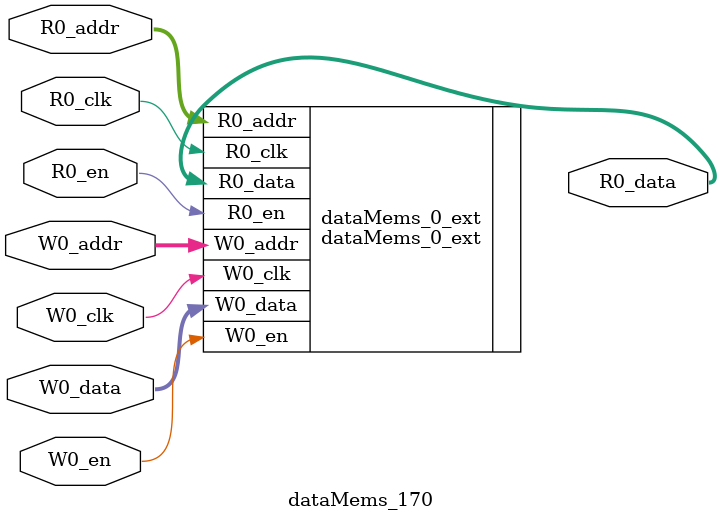
<source format=sv>
`ifndef RANDOMIZE
  `ifdef RANDOMIZE_REG_INIT
    `define RANDOMIZE
  `endif // RANDOMIZE_REG_INIT
`endif // not def RANDOMIZE
`ifndef RANDOMIZE
  `ifdef RANDOMIZE_MEM_INIT
    `define RANDOMIZE
  `endif // RANDOMIZE_MEM_INIT
`endif // not def RANDOMIZE

`ifndef RANDOM
  `define RANDOM $random
`endif // not def RANDOM

// Users can define 'PRINTF_COND' to add an extra gate to prints.
`ifndef PRINTF_COND_
  `ifdef PRINTF_COND
    `define PRINTF_COND_ (`PRINTF_COND)
  `else  // PRINTF_COND
    `define PRINTF_COND_ 1
  `endif // PRINTF_COND
`endif // not def PRINTF_COND_

// Users can define 'ASSERT_VERBOSE_COND' to add an extra gate to assert error printing.
`ifndef ASSERT_VERBOSE_COND_
  `ifdef ASSERT_VERBOSE_COND
    `define ASSERT_VERBOSE_COND_ (`ASSERT_VERBOSE_COND)
  `else  // ASSERT_VERBOSE_COND
    `define ASSERT_VERBOSE_COND_ 1
  `endif // ASSERT_VERBOSE_COND
`endif // not def ASSERT_VERBOSE_COND_

// Users can define 'STOP_COND' to add an extra gate to stop conditions.
`ifndef STOP_COND_
  `ifdef STOP_COND
    `define STOP_COND_ (`STOP_COND)
  `else  // STOP_COND
    `define STOP_COND_ 1
  `endif // STOP_COND
`endif // not def STOP_COND_

// Users can define INIT_RANDOM as general code that gets injected into the
// initializer block for modules with registers.
`ifndef INIT_RANDOM
  `define INIT_RANDOM
`endif // not def INIT_RANDOM

// If using random initialization, you can also define RANDOMIZE_DELAY to
// customize the delay used, otherwise 0.002 is used.
`ifndef RANDOMIZE_DELAY
  `define RANDOMIZE_DELAY 0.002
`endif // not def RANDOMIZE_DELAY

// Define INIT_RANDOM_PROLOG_ for use in our modules below.
`ifndef INIT_RANDOM_PROLOG_
  `ifdef RANDOMIZE
    `ifdef VERILATOR
      `define INIT_RANDOM_PROLOG_ `INIT_RANDOM
    `else  // VERILATOR
      `define INIT_RANDOM_PROLOG_ `INIT_RANDOM #`RANDOMIZE_DELAY begin end
    `endif // VERILATOR
  `else  // RANDOMIZE
    `define INIT_RANDOM_PROLOG_
  `endif // RANDOMIZE
`endif // not def INIT_RANDOM_PROLOG_

// Include register initializers in init blocks unless synthesis is set
`ifndef SYNTHESIS
  `ifndef ENABLE_INITIAL_REG_
    `define ENABLE_INITIAL_REG_
  `endif // not def ENABLE_INITIAL_REG_
`endif // not def SYNTHESIS

// Include rmemory initializers in init blocks unless synthesis is set
`ifndef SYNTHESIS
  `ifndef ENABLE_INITIAL_MEM_
    `define ENABLE_INITIAL_MEM_
  `endif // not def ENABLE_INITIAL_MEM_
`endif // not def SYNTHESIS

module dataMems_170(	// @[generators/ara/src/main/scala/UnsafeAXI4ToTL.scala:365:62]
  input  [4:0]  R0_addr,
  input         R0_en,
  input         R0_clk,
  output [66:0] R0_data,
  input  [4:0]  W0_addr,
  input         W0_en,
  input         W0_clk,
  input  [66:0] W0_data
);

  dataMems_0_ext dataMems_0_ext (	// @[generators/ara/src/main/scala/UnsafeAXI4ToTL.scala:365:62]
    .R0_addr (R0_addr),
    .R0_en   (R0_en),
    .R0_clk  (R0_clk),
    .R0_data (R0_data),
    .W0_addr (W0_addr),
    .W0_en   (W0_en),
    .W0_clk  (W0_clk),
    .W0_data (W0_data)
  );
endmodule


</source>
